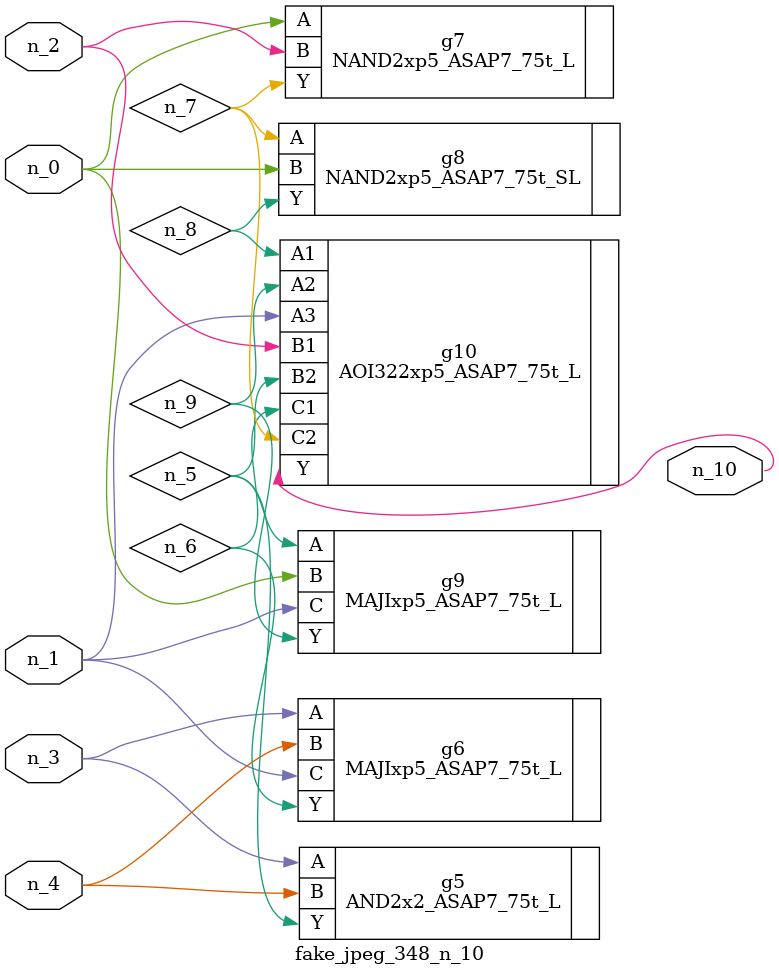
<source format=v>
module fake_jpeg_348_n_10 (n_3, n_2, n_1, n_0, n_4, n_10);

input n_3;
input n_2;
input n_1;
input n_0;
input n_4;

output n_10;

wire n_8;
wire n_9;
wire n_6;
wire n_5;
wire n_7;

AND2x2_ASAP7_75t_L g5 ( 
.A(n_3),
.B(n_4),
.Y(n_5)
);

MAJIxp5_ASAP7_75t_L g6 ( 
.A(n_3),
.B(n_4),
.C(n_1),
.Y(n_6)
);

NAND2xp5_ASAP7_75t_L g7 ( 
.A(n_0),
.B(n_2),
.Y(n_7)
);

NAND2xp5_ASAP7_75t_SL g8 ( 
.A(n_7),
.B(n_0),
.Y(n_8)
);

AOI322xp5_ASAP7_75t_L g10 ( 
.A1(n_8),
.A2(n_9),
.A3(n_1),
.B1(n_2),
.B2(n_5),
.C1(n_6),
.C2(n_7),
.Y(n_10)
);

MAJIxp5_ASAP7_75t_L g9 ( 
.A(n_5),
.B(n_0),
.C(n_1),
.Y(n_9)
);


endmodule
</source>
